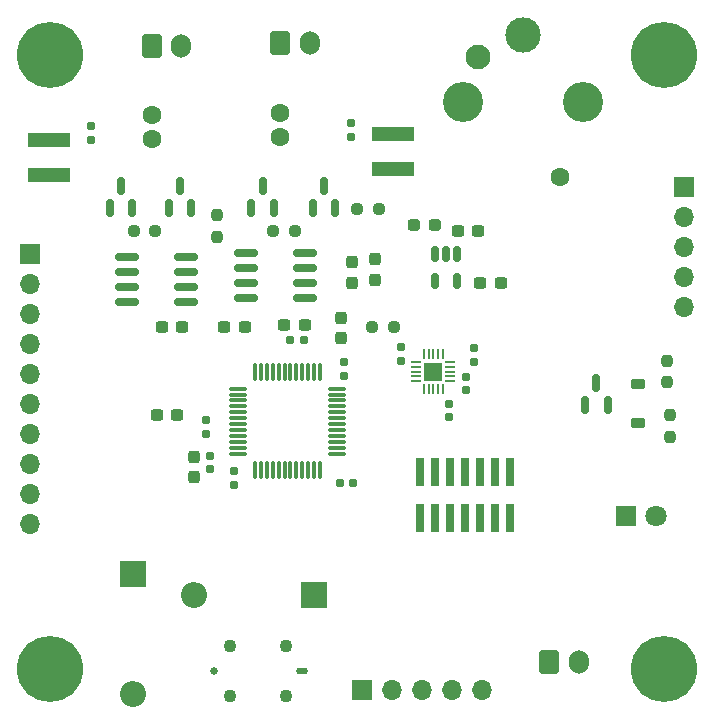
<source format=gbr>
%TF.GenerationSoftware,KiCad,Pcbnew,8.0.1-8.0.1-1~ubuntu22.04.1*%
%TF.CreationDate,2024-05-06T17:23:11+02:00*%
%TF.ProjectId,Pojet 1A,506f6a65-7420-4314-912e-6b696361645f,rev?*%
%TF.SameCoordinates,Original*%
%TF.FileFunction,Soldermask,Top*%
%TF.FilePolarity,Negative*%
%FSLAX46Y46*%
G04 Gerber Fmt 4.6, Leading zero omitted, Abs format (unit mm)*
G04 Created by KiCad (PCBNEW 8.0.1-8.0.1-1~ubuntu22.04.1) date 2024-05-06 17:23:11*
%MOMM*%
%LPD*%
G01*
G04 APERTURE LIST*
G04 Aperture macros list*
%AMRoundRect*
0 Rectangle with rounded corners*
0 $1 Rounding radius*
0 $2 $3 $4 $5 $6 $7 $8 $9 X,Y pos of 4 corners*
0 Add a 4 corners polygon primitive as box body*
4,1,4,$2,$3,$4,$5,$6,$7,$8,$9,$2,$3,0*
0 Add four circle primitives for the rounded corners*
1,1,$1+$1,$2,$3*
1,1,$1+$1,$4,$5*
1,1,$1+$1,$6,$7*
1,1,$1+$1,$8,$9*
0 Add four rect primitives between the rounded corners*
20,1,$1+$1,$2,$3,$4,$5,0*
20,1,$1+$1,$4,$5,$6,$7,0*
20,1,$1+$1,$6,$7,$8,$9,0*
20,1,$1+$1,$8,$9,$2,$3,0*%
G04 Aperture macros list end*
%ADD10RoundRect,0.155000X0.155000X-0.212500X0.155000X0.212500X-0.155000X0.212500X-0.155000X-0.212500X0*%
%ADD11RoundRect,0.150000X0.150000X-0.587500X0.150000X0.587500X-0.150000X0.587500X-0.150000X-0.587500X0*%
%ADD12RoundRect,0.050000X0.375000X0.050000X-0.375000X0.050000X-0.375000X-0.050000X0.375000X-0.050000X0*%
%ADD13RoundRect,0.050000X0.050000X0.375000X-0.050000X0.375000X-0.050000X-0.375000X0.050000X-0.375000X0*%
%ADD14R,1.650000X1.650000*%
%ADD15RoundRect,0.150000X-0.825000X-0.150000X0.825000X-0.150000X0.825000X0.150000X-0.825000X0.150000X0*%
%ADD16RoundRect,0.237500X-0.300000X-0.237500X0.300000X-0.237500X0.300000X0.237500X-0.300000X0.237500X0*%
%ADD17R,3.600000X1.150000*%
%ADD18RoundRect,0.237500X-0.237500X0.250000X-0.237500X-0.250000X0.237500X-0.250000X0.237500X0.250000X0*%
%ADD19RoundRect,0.237500X0.250000X0.237500X-0.250000X0.237500X-0.250000X-0.237500X0.250000X-0.237500X0*%
%ADD20RoundRect,0.155000X0.212500X0.155000X-0.212500X0.155000X-0.212500X-0.155000X0.212500X-0.155000X0*%
%ADD21RoundRect,0.155000X-0.155000X0.212500X-0.155000X-0.212500X0.155000X-0.212500X0.155000X0.212500X0*%
%ADD22RoundRect,0.237500X-0.237500X0.300000X-0.237500X-0.300000X0.237500X-0.300000X0.237500X0.300000X0*%
%ADD23R,1.700000X1.700000*%
%ADD24O,1.700000X1.700000*%
%ADD25C,1.600000*%
%ADD26R,2.200000X2.200000*%
%ADD27O,2.200000X2.200000*%
%ADD28RoundRect,0.075000X-0.075000X0.662500X-0.075000X-0.662500X0.075000X-0.662500X0.075000X0.662500X0*%
%ADD29RoundRect,0.075000X-0.662500X0.075000X-0.662500X-0.075000X0.662500X-0.075000X0.662500X0.075000X0*%
%ADD30C,5.600000*%
%ADD31RoundRect,0.237500X0.300000X0.237500X-0.300000X0.237500X-0.300000X-0.237500X0.300000X-0.237500X0*%
%ADD32RoundRect,0.150000X-0.150000X0.512500X-0.150000X-0.512500X0.150000X-0.512500X0.150000X0.512500X0*%
%ADD33RoundRect,0.237500X-0.287500X-0.237500X0.287500X-0.237500X0.287500X0.237500X-0.287500X0.237500X0*%
%ADD34RoundRect,0.250000X-0.600000X-0.750000X0.600000X-0.750000X0.600000X0.750000X-0.600000X0.750000X0*%
%ADD35O,1.700000X2.000000*%
%ADD36RoundRect,0.237500X0.237500X-0.250000X0.237500X0.250000X-0.237500X0.250000X-0.237500X-0.250000X0*%
%ADD37R,0.740000X2.400000*%
%ADD38RoundRect,0.225000X-0.375000X0.225000X-0.375000X-0.225000X0.375000X-0.225000X0.375000X0.225000X0*%
%ADD39C,2.100000*%
%ADD40C,3.400000*%
%ADD41C,3.000000*%
%ADD42R,1.800000X1.800000*%
%ADD43C,1.800000*%
%ADD44C,0.660000*%
%ADD45O,1.000000X0.580000*%
%ADD46C,1.100000*%
G04 APERTURE END LIST*
D10*
%TO.C,C25*%
X131500000Y-76167500D03*
X131500000Y-75032500D03*
%TD*%
D11*
%TO.C,Q2*%
X173300000Y-98625000D03*
X175200000Y-98625000D03*
X174250000Y-96750000D03*
%TD*%
D12*
%TO.C,U5*%
X161900000Y-96600000D03*
X161900000Y-96200000D03*
X161900000Y-95800000D03*
X161900000Y-95400000D03*
X161900000Y-95000000D03*
D13*
X161250000Y-94350000D03*
X160850000Y-94350000D03*
X160450000Y-94350000D03*
X160050000Y-94350000D03*
X159650000Y-94350000D03*
D12*
X159000000Y-95000000D03*
X159000000Y-95400000D03*
X159000000Y-95800000D03*
X159000000Y-96200000D03*
X159000000Y-96600000D03*
D13*
X159650000Y-97250000D03*
X160050000Y-97250000D03*
X160450000Y-97250000D03*
X160850000Y-97250000D03*
X161250000Y-97250000D03*
D14*
X160450000Y-95800000D03*
%TD*%
D15*
%TO.C,UCC27325DR2*%
X144625000Y-85795000D03*
X144625000Y-87065000D03*
X144625000Y-88335000D03*
X144625000Y-89605000D03*
X149575000Y-89605000D03*
X149575000Y-88335000D03*
X149575000Y-87065000D03*
X149575000Y-85795000D03*
%TD*%
D16*
%TO.C,C20*%
X162537500Y-83900000D03*
X164262500Y-83900000D03*
%TD*%
D17*
%TO.C,L4*%
X127900000Y-79150000D03*
X127900000Y-76200000D03*
%TD*%
D11*
%TO.C,Q4*%
X138050000Y-81937500D03*
X139950000Y-81937500D03*
X139000000Y-80062500D03*
%TD*%
D18*
%TO.C,R12*%
X180500000Y-99487500D03*
X180500000Y-101312500D03*
%TD*%
D19*
%TO.C,R15*%
X136912500Y-83900000D03*
X135087500Y-83900000D03*
%TD*%
D20*
%TO.C,C13*%
X149467500Y-93100000D03*
X148332500Y-93100000D03*
%TD*%
D21*
%TO.C,C36*%
X163900000Y-93832500D03*
X163900000Y-94967500D03*
%TD*%
D11*
%TO.C,Q5*%
X145050000Y-81937500D03*
X146950000Y-81937500D03*
X146000000Y-80062500D03*
%TD*%
D19*
%TO.C,R18*%
X148712500Y-83900000D03*
X146887500Y-83900000D03*
%TD*%
D22*
%TO.C,C16*%
X153600000Y-86537500D03*
X153600000Y-88262500D03*
%TD*%
D23*
%TO.C,J5*%
X181700000Y-80200000D03*
D24*
X181700000Y-82740000D03*
X181700000Y-85280000D03*
X181700000Y-87820000D03*
X181700000Y-90360000D03*
%TD*%
D20*
%TO.C,C27*%
X153667500Y-105200000D03*
X152532500Y-105200000D03*
%TD*%
D25*
%TO.C,C28*%
X147500000Y-75900000D03*
X147500000Y-73900000D03*
%TD*%
D26*
%TO.C,D1*%
X135000000Y-112920000D03*
D27*
X135000000Y-123080000D03*
%TD*%
D21*
%TO.C,C40*%
X141500000Y-102932500D03*
X141500000Y-104067500D03*
%TD*%
D10*
%TO.C,C38*%
X161800000Y-99667500D03*
X161800000Y-98532500D03*
%TD*%
D25*
%TO.C,C32*%
X136600000Y-76100000D03*
X136600000Y-74100000D03*
%TD*%
D19*
%TO.C,R17*%
X157112500Y-92000000D03*
X155287500Y-92000000D03*
%TD*%
D15*
%TO.C,UCC27325DR1*%
X134525000Y-86095000D03*
X134525000Y-87365000D03*
X134525000Y-88635000D03*
X134525000Y-89905000D03*
X139475000Y-89905000D03*
X139475000Y-88635000D03*
X139475000Y-87365000D03*
X139475000Y-86095000D03*
%TD*%
D10*
%TO.C,C39*%
X163200000Y-97367500D03*
X163200000Y-96232500D03*
%TD*%
D16*
%TO.C,C9*%
X137437500Y-92000000D03*
X139162500Y-92000000D03*
%TD*%
D21*
%TO.C,C31*%
X152900000Y-95032500D03*
X152900000Y-96167500D03*
%TD*%
D17*
%TO.C,L2*%
X157000000Y-78675000D03*
X157000000Y-75725000D03*
%TD*%
D28*
%TO.C,U1*%
X150850000Y-95837500D03*
X150350000Y-95837500D03*
X149850000Y-95837500D03*
X149350000Y-95837500D03*
X148850000Y-95837500D03*
X148350000Y-95837500D03*
X147850000Y-95837500D03*
X147350000Y-95837500D03*
X146850000Y-95837500D03*
X146350000Y-95837500D03*
X145850000Y-95837500D03*
X145350000Y-95837500D03*
D29*
X143937500Y-97250000D03*
X143937500Y-97750000D03*
X143937500Y-98250000D03*
X143937500Y-98750000D03*
X143937500Y-99250000D03*
X143937500Y-99750000D03*
X143937500Y-100250000D03*
X143937500Y-100750000D03*
X143937500Y-101250000D03*
X143937500Y-101750000D03*
X143937500Y-102250000D03*
X143937500Y-102750000D03*
D28*
X145350000Y-104162500D03*
X145850000Y-104162500D03*
X146350000Y-104162500D03*
X146850000Y-104162500D03*
X147350000Y-104162500D03*
X147850000Y-104162500D03*
X148350000Y-104162500D03*
X148850000Y-104162500D03*
X149350000Y-104162500D03*
X149850000Y-104162500D03*
X150350000Y-104162500D03*
X150850000Y-104162500D03*
D29*
X152262500Y-102750000D03*
X152262500Y-102250000D03*
X152262500Y-101750000D03*
X152262500Y-101250000D03*
X152262500Y-100750000D03*
X152262500Y-100250000D03*
X152262500Y-99750000D03*
X152262500Y-99250000D03*
X152262500Y-98750000D03*
X152262500Y-98250000D03*
X152262500Y-97750000D03*
X152262500Y-97250000D03*
%TD*%
D30*
%TO.C,H2*%
X128000000Y-121000000D03*
%TD*%
D31*
%TO.C,C10*%
X144462500Y-92000000D03*
X142737500Y-92000000D03*
%TD*%
D18*
%TO.C,R14*%
X180200000Y-94887500D03*
X180200000Y-96712500D03*
%TD*%
D10*
%TO.C,C30*%
X141200000Y-101067500D03*
X141200000Y-99932500D03*
%TD*%
D32*
%TO.C,BU33SD5WG-TR3*%
X162450000Y-85862500D03*
X161500000Y-85862500D03*
X160550000Y-85862500D03*
X160550000Y-88137500D03*
X162450000Y-88137500D03*
%TD*%
D33*
%TO.C,L3*%
X158836000Y-83352000D03*
X160586000Y-83352000D03*
%TD*%
D34*
%TO.C,J3*%
X136600000Y-68200000D03*
D35*
X139100000Y-68200000D03*
%TD*%
D30*
%TO.C,H1*%
X180000000Y-121000000D03*
%TD*%
D36*
%TO.C,R16*%
X142100000Y-84412500D03*
X142100000Y-82587500D03*
%TD*%
D22*
%TO.C,C41*%
X140200000Y-103037500D03*
X140200000Y-104762500D03*
%TD*%
D16*
%TO.C,C29*%
X137037500Y-99500000D03*
X138762500Y-99500000D03*
%TD*%
D10*
%TO.C,C37*%
X157700000Y-94867500D03*
X157700000Y-93732500D03*
%TD*%
%TO.C,C24*%
X153500000Y-75900000D03*
X153500000Y-74765000D03*
%TD*%
D11*
%TO.C,Q3*%
X133050000Y-81937500D03*
X134950000Y-81937500D03*
X134000000Y-80062500D03*
%TD*%
D37*
%TO.C,J9*%
X159290000Y-108200000D03*
X159290000Y-104300000D03*
X160560000Y-108200000D03*
X160560000Y-104300000D03*
X161830000Y-108200000D03*
X161830000Y-104300000D03*
X163100000Y-108200000D03*
X163100000Y-104300000D03*
X164370000Y-108200000D03*
X164370000Y-104300000D03*
X165640000Y-108200000D03*
X165640000Y-104300000D03*
X166910000Y-108200000D03*
X166910000Y-104300000D03*
%TD*%
D30*
%TO.C,H4*%
X128000000Y-69000000D03*
%TD*%
D10*
%TO.C,C26*%
X143600000Y-105367500D03*
X143600000Y-104232500D03*
%TD*%
D26*
%TO.C,D3*%
X150380000Y-114700000D03*
D27*
X140220000Y-114700000D03*
%TD*%
D23*
%TO.C,J6*%
X126300000Y-85840000D03*
D24*
X126300000Y-88380000D03*
X126300000Y-90920000D03*
X126300000Y-93460000D03*
X126300000Y-96000000D03*
X126300000Y-98540000D03*
X126300000Y-101080000D03*
X126300000Y-103620000D03*
X126300000Y-106160000D03*
X126300000Y-108700000D03*
%TD*%
D34*
%TO.C,J2*%
X147500000Y-68000000D03*
D35*
X150000000Y-68000000D03*
%TD*%
D19*
%TO.C,R19*%
X155812500Y-82000000D03*
X153987500Y-82000000D03*
%TD*%
D22*
%TO.C,C11*%
X152600000Y-91237500D03*
X152600000Y-92962500D03*
%TD*%
D34*
%TO.C,J4*%
X170250000Y-120375000D03*
D35*
X172750000Y-120375000D03*
%TD*%
D23*
%TO.C,J8*%
X154420000Y-122800000D03*
D24*
X156960000Y-122800000D03*
X159500000Y-122800000D03*
X162040000Y-122800000D03*
X164580000Y-122800000D03*
%TD*%
D11*
%TO.C,Q6*%
X150250000Y-81937500D03*
X152150000Y-81937500D03*
X151200000Y-80062500D03*
%TD*%
D22*
%TO.C,C17*%
X155500000Y-86300000D03*
X155500000Y-88025000D03*
%TD*%
D31*
%TO.C,C12*%
X149562500Y-91900000D03*
X147837500Y-91900000D03*
%TD*%
D16*
%TO.C,C23*%
X164437500Y-88300000D03*
X166162500Y-88300000D03*
%TD*%
D38*
%TO.C,D4*%
X177750000Y-96850000D03*
X177750000Y-100150000D03*
%TD*%
D30*
%TO.C,H3*%
X180000000Y-69000000D03*
%TD*%
D25*
%TO.C,J7*%
X171180000Y-79350000D03*
D39*
X164190000Y-69190000D03*
D40*
X162920000Y-73000000D03*
X173080000Y-73000000D03*
D41*
X168000000Y-67280000D03*
%TD*%
D42*
%TO.C,D2*%
X176760000Y-108000000D03*
D43*
X179300000Y-108000000D03*
%TD*%
D44*
%TO.C,J1*%
X141850000Y-121150000D03*
D45*
X149350000Y-121150000D03*
D46*
X143200000Y-119000000D03*
X143200000Y-123300000D03*
X148000000Y-119000000D03*
X148000000Y-123300000D03*
%TD*%
M02*

</source>
